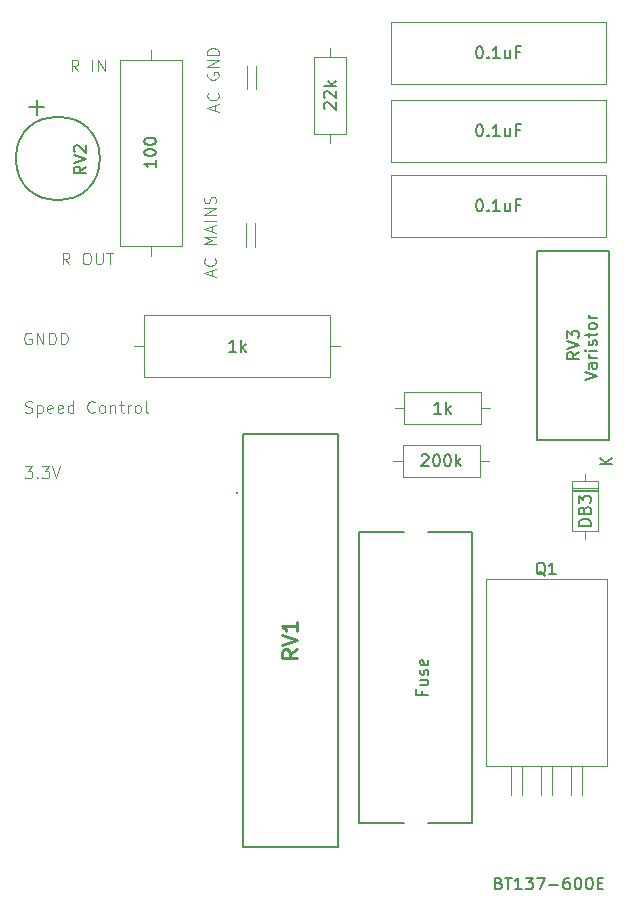
<source format=gbr>
%TF.GenerationSoftware,KiCad,Pcbnew,9.0.7*%
%TF.CreationDate,2026-02-02T12:57:02-08:00*%
%TF.ProjectId,foot-pedal-PCB,666f6f74-2d70-4656-9461-6c2d5043422e,rev?*%
%TF.SameCoordinates,Original*%
%TF.FileFunction,Legend,Top*%
%TF.FilePolarity,Positive*%
%FSLAX46Y46*%
G04 Gerber Fmt 4.6, Leading zero omitted, Abs format (unit mm)*
G04 Created by KiCad (PCBNEW 9.0.7) date 2026-02-02 12:57:02*
%MOMM*%
%LPD*%
G01*
G04 APERTURE LIST*
%ADD10C,0.100000*%
%ADD11C,0.150000*%
%ADD12C,0.254000*%
%ADD13C,0.120000*%
%ADD14C,0.127000*%
%ADD15C,0.200000*%
%ADD16C,0.152400*%
G04 APERTURE END LIST*
D10*
X129208646Y-89362419D02*
X129827693Y-89362419D01*
X129827693Y-89362419D02*
X129494360Y-89743371D01*
X129494360Y-89743371D02*
X129637217Y-89743371D01*
X129637217Y-89743371D02*
X129732455Y-89790990D01*
X129732455Y-89790990D02*
X129780074Y-89838609D01*
X129780074Y-89838609D02*
X129827693Y-89933847D01*
X129827693Y-89933847D02*
X129827693Y-90171942D01*
X129827693Y-90171942D02*
X129780074Y-90267180D01*
X129780074Y-90267180D02*
X129732455Y-90314800D01*
X129732455Y-90314800D02*
X129637217Y-90362419D01*
X129637217Y-90362419D02*
X129351503Y-90362419D01*
X129351503Y-90362419D02*
X129256265Y-90314800D01*
X129256265Y-90314800D02*
X129208646Y-90267180D01*
X130256265Y-90267180D02*
X130303884Y-90314800D01*
X130303884Y-90314800D02*
X130256265Y-90362419D01*
X130256265Y-90362419D02*
X130208646Y-90314800D01*
X130208646Y-90314800D02*
X130256265Y-90267180D01*
X130256265Y-90267180D02*
X130256265Y-90362419D01*
X130637217Y-89362419D02*
X131256264Y-89362419D01*
X131256264Y-89362419D02*
X130922931Y-89743371D01*
X130922931Y-89743371D02*
X131065788Y-89743371D01*
X131065788Y-89743371D02*
X131161026Y-89790990D01*
X131161026Y-89790990D02*
X131208645Y-89838609D01*
X131208645Y-89838609D02*
X131256264Y-89933847D01*
X131256264Y-89933847D02*
X131256264Y-90171942D01*
X131256264Y-90171942D02*
X131208645Y-90267180D01*
X131208645Y-90267180D02*
X131161026Y-90314800D01*
X131161026Y-90314800D02*
X131065788Y-90362419D01*
X131065788Y-90362419D02*
X130780074Y-90362419D01*
X130780074Y-90362419D02*
X130684836Y-90314800D01*
X130684836Y-90314800D02*
X130637217Y-90267180D01*
X131541979Y-89362419D02*
X131875312Y-90362419D01*
X131875312Y-90362419D02*
X132208645Y-89362419D01*
X129256265Y-84794800D02*
X129399122Y-84842419D01*
X129399122Y-84842419D02*
X129637217Y-84842419D01*
X129637217Y-84842419D02*
X129732455Y-84794800D01*
X129732455Y-84794800D02*
X129780074Y-84747180D01*
X129780074Y-84747180D02*
X129827693Y-84651942D01*
X129827693Y-84651942D02*
X129827693Y-84556704D01*
X129827693Y-84556704D02*
X129780074Y-84461466D01*
X129780074Y-84461466D02*
X129732455Y-84413847D01*
X129732455Y-84413847D02*
X129637217Y-84366228D01*
X129637217Y-84366228D02*
X129446741Y-84318609D01*
X129446741Y-84318609D02*
X129351503Y-84270990D01*
X129351503Y-84270990D02*
X129303884Y-84223371D01*
X129303884Y-84223371D02*
X129256265Y-84128133D01*
X129256265Y-84128133D02*
X129256265Y-84032895D01*
X129256265Y-84032895D02*
X129303884Y-83937657D01*
X129303884Y-83937657D02*
X129351503Y-83890038D01*
X129351503Y-83890038D02*
X129446741Y-83842419D01*
X129446741Y-83842419D02*
X129684836Y-83842419D01*
X129684836Y-83842419D02*
X129827693Y-83890038D01*
X130256265Y-84175752D02*
X130256265Y-85175752D01*
X130256265Y-84223371D02*
X130351503Y-84175752D01*
X130351503Y-84175752D02*
X130541979Y-84175752D01*
X130541979Y-84175752D02*
X130637217Y-84223371D01*
X130637217Y-84223371D02*
X130684836Y-84270990D01*
X130684836Y-84270990D02*
X130732455Y-84366228D01*
X130732455Y-84366228D02*
X130732455Y-84651942D01*
X130732455Y-84651942D02*
X130684836Y-84747180D01*
X130684836Y-84747180D02*
X130637217Y-84794800D01*
X130637217Y-84794800D02*
X130541979Y-84842419D01*
X130541979Y-84842419D02*
X130351503Y-84842419D01*
X130351503Y-84842419D02*
X130256265Y-84794800D01*
X131541979Y-84794800D02*
X131446741Y-84842419D01*
X131446741Y-84842419D02*
X131256265Y-84842419D01*
X131256265Y-84842419D02*
X131161027Y-84794800D01*
X131161027Y-84794800D02*
X131113408Y-84699561D01*
X131113408Y-84699561D02*
X131113408Y-84318609D01*
X131113408Y-84318609D02*
X131161027Y-84223371D01*
X131161027Y-84223371D02*
X131256265Y-84175752D01*
X131256265Y-84175752D02*
X131446741Y-84175752D01*
X131446741Y-84175752D02*
X131541979Y-84223371D01*
X131541979Y-84223371D02*
X131589598Y-84318609D01*
X131589598Y-84318609D02*
X131589598Y-84413847D01*
X131589598Y-84413847D02*
X131113408Y-84509085D01*
X132399122Y-84794800D02*
X132303884Y-84842419D01*
X132303884Y-84842419D02*
X132113408Y-84842419D01*
X132113408Y-84842419D02*
X132018170Y-84794800D01*
X132018170Y-84794800D02*
X131970551Y-84699561D01*
X131970551Y-84699561D02*
X131970551Y-84318609D01*
X131970551Y-84318609D02*
X132018170Y-84223371D01*
X132018170Y-84223371D02*
X132113408Y-84175752D01*
X132113408Y-84175752D02*
X132303884Y-84175752D01*
X132303884Y-84175752D02*
X132399122Y-84223371D01*
X132399122Y-84223371D02*
X132446741Y-84318609D01*
X132446741Y-84318609D02*
X132446741Y-84413847D01*
X132446741Y-84413847D02*
X131970551Y-84509085D01*
X133303884Y-84842419D02*
X133303884Y-83842419D01*
X133303884Y-84794800D02*
X133208646Y-84842419D01*
X133208646Y-84842419D02*
X133018170Y-84842419D01*
X133018170Y-84842419D02*
X132922932Y-84794800D01*
X132922932Y-84794800D02*
X132875313Y-84747180D01*
X132875313Y-84747180D02*
X132827694Y-84651942D01*
X132827694Y-84651942D02*
X132827694Y-84366228D01*
X132827694Y-84366228D02*
X132875313Y-84270990D01*
X132875313Y-84270990D02*
X132922932Y-84223371D01*
X132922932Y-84223371D02*
X133018170Y-84175752D01*
X133018170Y-84175752D02*
X133208646Y-84175752D01*
X133208646Y-84175752D02*
X133303884Y-84223371D01*
X135113408Y-84747180D02*
X135065789Y-84794800D01*
X135065789Y-84794800D02*
X134922932Y-84842419D01*
X134922932Y-84842419D02*
X134827694Y-84842419D01*
X134827694Y-84842419D02*
X134684837Y-84794800D01*
X134684837Y-84794800D02*
X134589599Y-84699561D01*
X134589599Y-84699561D02*
X134541980Y-84604323D01*
X134541980Y-84604323D02*
X134494361Y-84413847D01*
X134494361Y-84413847D02*
X134494361Y-84270990D01*
X134494361Y-84270990D02*
X134541980Y-84080514D01*
X134541980Y-84080514D02*
X134589599Y-83985276D01*
X134589599Y-83985276D02*
X134684837Y-83890038D01*
X134684837Y-83890038D02*
X134827694Y-83842419D01*
X134827694Y-83842419D02*
X134922932Y-83842419D01*
X134922932Y-83842419D02*
X135065789Y-83890038D01*
X135065789Y-83890038D02*
X135113408Y-83937657D01*
X135684837Y-84842419D02*
X135589599Y-84794800D01*
X135589599Y-84794800D02*
X135541980Y-84747180D01*
X135541980Y-84747180D02*
X135494361Y-84651942D01*
X135494361Y-84651942D02*
X135494361Y-84366228D01*
X135494361Y-84366228D02*
X135541980Y-84270990D01*
X135541980Y-84270990D02*
X135589599Y-84223371D01*
X135589599Y-84223371D02*
X135684837Y-84175752D01*
X135684837Y-84175752D02*
X135827694Y-84175752D01*
X135827694Y-84175752D02*
X135922932Y-84223371D01*
X135922932Y-84223371D02*
X135970551Y-84270990D01*
X135970551Y-84270990D02*
X136018170Y-84366228D01*
X136018170Y-84366228D02*
X136018170Y-84651942D01*
X136018170Y-84651942D02*
X135970551Y-84747180D01*
X135970551Y-84747180D02*
X135922932Y-84794800D01*
X135922932Y-84794800D02*
X135827694Y-84842419D01*
X135827694Y-84842419D02*
X135684837Y-84842419D01*
X136446742Y-84175752D02*
X136446742Y-84842419D01*
X136446742Y-84270990D02*
X136494361Y-84223371D01*
X136494361Y-84223371D02*
X136589599Y-84175752D01*
X136589599Y-84175752D02*
X136732456Y-84175752D01*
X136732456Y-84175752D02*
X136827694Y-84223371D01*
X136827694Y-84223371D02*
X136875313Y-84318609D01*
X136875313Y-84318609D02*
X136875313Y-84842419D01*
X137208647Y-84175752D02*
X137589599Y-84175752D01*
X137351504Y-83842419D02*
X137351504Y-84699561D01*
X137351504Y-84699561D02*
X137399123Y-84794800D01*
X137399123Y-84794800D02*
X137494361Y-84842419D01*
X137494361Y-84842419D02*
X137589599Y-84842419D01*
X137922933Y-84842419D02*
X137922933Y-84175752D01*
X137922933Y-84366228D02*
X137970552Y-84270990D01*
X137970552Y-84270990D02*
X138018171Y-84223371D01*
X138018171Y-84223371D02*
X138113409Y-84175752D01*
X138113409Y-84175752D02*
X138208647Y-84175752D01*
X138684838Y-84842419D02*
X138589600Y-84794800D01*
X138589600Y-84794800D02*
X138541981Y-84747180D01*
X138541981Y-84747180D02*
X138494362Y-84651942D01*
X138494362Y-84651942D02*
X138494362Y-84366228D01*
X138494362Y-84366228D02*
X138541981Y-84270990D01*
X138541981Y-84270990D02*
X138589600Y-84223371D01*
X138589600Y-84223371D02*
X138684838Y-84175752D01*
X138684838Y-84175752D02*
X138827695Y-84175752D01*
X138827695Y-84175752D02*
X138922933Y-84223371D01*
X138922933Y-84223371D02*
X138970552Y-84270990D01*
X138970552Y-84270990D02*
X139018171Y-84366228D01*
X139018171Y-84366228D02*
X139018171Y-84651942D01*
X139018171Y-84651942D02*
X138970552Y-84747180D01*
X138970552Y-84747180D02*
X138922933Y-84794800D01*
X138922933Y-84794800D02*
X138827695Y-84842419D01*
X138827695Y-84842419D02*
X138684838Y-84842419D01*
X139589600Y-84842419D02*
X139494362Y-84794800D01*
X139494362Y-84794800D02*
X139446743Y-84699561D01*
X139446743Y-84699561D02*
X139446743Y-83842419D01*
X129727693Y-78090038D02*
X129632455Y-78042419D01*
X129632455Y-78042419D02*
X129489598Y-78042419D01*
X129489598Y-78042419D02*
X129346741Y-78090038D01*
X129346741Y-78090038D02*
X129251503Y-78185276D01*
X129251503Y-78185276D02*
X129203884Y-78280514D01*
X129203884Y-78280514D02*
X129156265Y-78470990D01*
X129156265Y-78470990D02*
X129156265Y-78613847D01*
X129156265Y-78613847D02*
X129203884Y-78804323D01*
X129203884Y-78804323D02*
X129251503Y-78899561D01*
X129251503Y-78899561D02*
X129346741Y-78994800D01*
X129346741Y-78994800D02*
X129489598Y-79042419D01*
X129489598Y-79042419D02*
X129584836Y-79042419D01*
X129584836Y-79042419D02*
X129727693Y-78994800D01*
X129727693Y-78994800D02*
X129775312Y-78947180D01*
X129775312Y-78947180D02*
X129775312Y-78613847D01*
X129775312Y-78613847D02*
X129584836Y-78613847D01*
X130203884Y-79042419D02*
X130203884Y-78042419D01*
X130203884Y-78042419D02*
X130775312Y-79042419D01*
X130775312Y-79042419D02*
X130775312Y-78042419D01*
X131251503Y-79042419D02*
X131251503Y-78042419D01*
X131251503Y-78042419D02*
X131489598Y-78042419D01*
X131489598Y-78042419D02*
X131632455Y-78090038D01*
X131632455Y-78090038D02*
X131727693Y-78185276D01*
X131727693Y-78185276D02*
X131775312Y-78280514D01*
X131775312Y-78280514D02*
X131822931Y-78470990D01*
X131822931Y-78470990D02*
X131822931Y-78613847D01*
X131822931Y-78613847D02*
X131775312Y-78804323D01*
X131775312Y-78804323D02*
X131727693Y-78899561D01*
X131727693Y-78899561D02*
X131632455Y-78994800D01*
X131632455Y-78994800D02*
X131489598Y-79042419D01*
X131489598Y-79042419D02*
X131251503Y-79042419D01*
X132251503Y-79042419D02*
X132251503Y-78042419D01*
X132251503Y-78042419D02*
X132489598Y-78042419D01*
X132489598Y-78042419D02*
X132632455Y-78090038D01*
X132632455Y-78090038D02*
X132727693Y-78185276D01*
X132727693Y-78185276D02*
X132775312Y-78280514D01*
X132775312Y-78280514D02*
X132822931Y-78470990D01*
X132822931Y-78470990D02*
X132822931Y-78613847D01*
X132822931Y-78613847D02*
X132775312Y-78804323D01*
X132775312Y-78804323D02*
X132727693Y-78899561D01*
X132727693Y-78899561D02*
X132632455Y-78994800D01*
X132632455Y-78994800D02*
X132489598Y-79042419D01*
X132489598Y-79042419D02*
X132251503Y-79042419D01*
X132971363Y-72272419D02*
X132638030Y-71796228D01*
X132399935Y-72272419D02*
X132399935Y-71272419D01*
X132399935Y-71272419D02*
X132780887Y-71272419D01*
X132780887Y-71272419D02*
X132876125Y-71320038D01*
X132876125Y-71320038D02*
X132923744Y-71367657D01*
X132923744Y-71367657D02*
X132971363Y-71462895D01*
X132971363Y-71462895D02*
X132971363Y-71605752D01*
X132971363Y-71605752D02*
X132923744Y-71700990D01*
X132923744Y-71700990D02*
X132876125Y-71748609D01*
X132876125Y-71748609D02*
X132780887Y-71796228D01*
X132780887Y-71796228D02*
X132399935Y-71796228D01*
X134352316Y-71272419D02*
X134542792Y-71272419D01*
X134542792Y-71272419D02*
X134638030Y-71320038D01*
X134638030Y-71320038D02*
X134733268Y-71415276D01*
X134733268Y-71415276D02*
X134780887Y-71605752D01*
X134780887Y-71605752D02*
X134780887Y-71939085D01*
X134780887Y-71939085D02*
X134733268Y-72129561D01*
X134733268Y-72129561D02*
X134638030Y-72224800D01*
X134638030Y-72224800D02*
X134542792Y-72272419D01*
X134542792Y-72272419D02*
X134352316Y-72272419D01*
X134352316Y-72272419D02*
X134257078Y-72224800D01*
X134257078Y-72224800D02*
X134161840Y-72129561D01*
X134161840Y-72129561D02*
X134114221Y-71939085D01*
X134114221Y-71939085D02*
X134114221Y-71605752D01*
X134114221Y-71605752D02*
X134161840Y-71415276D01*
X134161840Y-71415276D02*
X134257078Y-71320038D01*
X134257078Y-71320038D02*
X134352316Y-71272419D01*
X135209459Y-71272419D02*
X135209459Y-72081942D01*
X135209459Y-72081942D02*
X135257078Y-72177180D01*
X135257078Y-72177180D02*
X135304697Y-72224800D01*
X135304697Y-72224800D02*
X135399935Y-72272419D01*
X135399935Y-72272419D02*
X135590411Y-72272419D01*
X135590411Y-72272419D02*
X135685649Y-72224800D01*
X135685649Y-72224800D02*
X135733268Y-72177180D01*
X135733268Y-72177180D02*
X135780887Y-72081942D01*
X135780887Y-72081942D02*
X135780887Y-71272419D01*
X136114221Y-71272419D02*
X136685649Y-71272419D01*
X136399935Y-72272419D02*
X136399935Y-71272419D01*
X133725312Y-55922419D02*
X133391979Y-55446228D01*
X133153884Y-55922419D02*
X133153884Y-54922419D01*
X133153884Y-54922419D02*
X133534836Y-54922419D01*
X133534836Y-54922419D02*
X133630074Y-54970038D01*
X133630074Y-54970038D02*
X133677693Y-55017657D01*
X133677693Y-55017657D02*
X133725312Y-55112895D01*
X133725312Y-55112895D02*
X133725312Y-55255752D01*
X133725312Y-55255752D02*
X133677693Y-55350990D01*
X133677693Y-55350990D02*
X133630074Y-55398609D01*
X133630074Y-55398609D02*
X133534836Y-55446228D01*
X133534836Y-55446228D02*
X133153884Y-55446228D01*
X134915789Y-55922419D02*
X134915789Y-54922419D01*
X135391979Y-55922419D02*
X135391979Y-54922419D01*
X135391979Y-54922419D02*
X135963407Y-55922419D01*
X135963407Y-55922419D02*
X135963407Y-54922419D01*
X145336704Y-59243734D02*
X145336704Y-58767544D01*
X145622419Y-59338972D02*
X144622419Y-59005639D01*
X144622419Y-59005639D02*
X145622419Y-58672306D01*
X145527180Y-57767544D02*
X145574800Y-57815163D01*
X145574800Y-57815163D02*
X145622419Y-57958020D01*
X145622419Y-57958020D02*
X145622419Y-58053258D01*
X145622419Y-58053258D02*
X145574800Y-58196115D01*
X145574800Y-58196115D02*
X145479561Y-58291353D01*
X145479561Y-58291353D02*
X145384323Y-58338972D01*
X145384323Y-58338972D02*
X145193847Y-58386591D01*
X145193847Y-58386591D02*
X145050990Y-58386591D01*
X145050990Y-58386591D02*
X144860514Y-58338972D01*
X144860514Y-58338972D02*
X144765276Y-58291353D01*
X144765276Y-58291353D02*
X144670038Y-58196115D01*
X144670038Y-58196115D02*
X144622419Y-58053258D01*
X144622419Y-58053258D02*
X144622419Y-57958020D01*
X144622419Y-57958020D02*
X144670038Y-57815163D01*
X144670038Y-57815163D02*
X144717657Y-57767544D01*
X144670038Y-56053258D02*
X144622419Y-56148496D01*
X144622419Y-56148496D02*
X144622419Y-56291353D01*
X144622419Y-56291353D02*
X144670038Y-56434210D01*
X144670038Y-56434210D02*
X144765276Y-56529448D01*
X144765276Y-56529448D02*
X144860514Y-56577067D01*
X144860514Y-56577067D02*
X145050990Y-56624686D01*
X145050990Y-56624686D02*
X145193847Y-56624686D01*
X145193847Y-56624686D02*
X145384323Y-56577067D01*
X145384323Y-56577067D02*
X145479561Y-56529448D01*
X145479561Y-56529448D02*
X145574800Y-56434210D01*
X145574800Y-56434210D02*
X145622419Y-56291353D01*
X145622419Y-56291353D02*
X145622419Y-56196115D01*
X145622419Y-56196115D02*
X145574800Y-56053258D01*
X145574800Y-56053258D02*
X145527180Y-56005639D01*
X145527180Y-56005639D02*
X145193847Y-56005639D01*
X145193847Y-56005639D02*
X145193847Y-56196115D01*
X145622419Y-55577067D02*
X144622419Y-55577067D01*
X144622419Y-55577067D02*
X145622419Y-55005639D01*
X145622419Y-55005639D02*
X144622419Y-55005639D01*
X145622419Y-54529448D02*
X144622419Y-54529448D01*
X144622419Y-54529448D02*
X144622419Y-54291353D01*
X144622419Y-54291353D02*
X144670038Y-54148496D01*
X144670038Y-54148496D02*
X144765276Y-54053258D01*
X144765276Y-54053258D02*
X144860514Y-54005639D01*
X144860514Y-54005639D02*
X145050990Y-53958020D01*
X145050990Y-53958020D02*
X145193847Y-53958020D01*
X145193847Y-53958020D02*
X145384323Y-54005639D01*
X145384323Y-54005639D02*
X145479561Y-54053258D01*
X145479561Y-54053258D02*
X145574800Y-54148496D01*
X145574800Y-54148496D02*
X145622419Y-54291353D01*
X145622419Y-54291353D02*
X145622419Y-54529448D01*
X145086704Y-73243734D02*
X145086704Y-72767544D01*
X145372419Y-73338972D02*
X144372419Y-73005639D01*
X144372419Y-73005639D02*
X145372419Y-72672306D01*
X145277180Y-71767544D02*
X145324800Y-71815163D01*
X145324800Y-71815163D02*
X145372419Y-71958020D01*
X145372419Y-71958020D02*
X145372419Y-72053258D01*
X145372419Y-72053258D02*
X145324800Y-72196115D01*
X145324800Y-72196115D02*
X145229561Y-72291353D01*
X145229561Y-72291353D02*
X145134323Y-72338972D01*
X145134323Y-72338972D02*
X144943847Y-72386591D01*
X144943847Y-72386591D02*
X144800990Y-72386591D01*
X144800990Y-72386591D02*
X144610514Y-72338972D01*
X144610514Y-72338972D02*
X144515276Y-72291353D01*
X144515276Y-72291353D02*
X144420038Y-72196115D01*
X144420038Y-72196115D02*
X144372419Y-72053258D01*
X144372419Y-72053258D02*
X144372419Y-71958020D01*
X144372419Y-71958020D02*
X144420038Y-71815163D01*
X144420038Y-71815163D02*
X144467657Y-71767544D01*
X145372419Y-70577067D02*
X144372419Y-70577067D01*
X144372419Y-70577067D02*
X145086704Y-70243734D01*
X145086704Y-70243734D02*
X144372419Y-69910401D01*
X144372419Y-69910401D02*
X145372419Y-69910401D01*
X145086704Y-69481829D02*
X145086704Y-69005639D01*
X145372419Y-69577067D02*
X144372419Y-69243734D01*
X144372419Y-69243734D02*
X145372419Y-68910401D01*
X145372419Y-68577067D02*
X144372419Y-68577067D01*
X145372419Y-68100877D02*
X144372419Y-68100877D01*
X144372419Y-68100877D02*
X145372419Y-67529449D01*
X145372419Y-67529449D02*
X144372419Y-67529449D01*
X145324800Y-67100877D02*
X145372419Y-66958020D01*
X145372419Y-66958020D02*
X145372419Y-66719925D01*
X145372419Y-66719925D02*
X145324800Y-66624687D01*
X145324800Y-66624687D02*
X145277180Y-66577068D01*
X145277180Y-66577068D02*
X145181942Y-66529449D01*
X145181942Y-66529449D02*
X145086704Y-66529449D01*
X145086704Y-66529449D02*
X144991466Y-66577068D01*
X144991466Y-66577068D02*
X144943847Y-66624687D01*
X144943847Y-66624687D02*
X144896228Y-66719925D01*
X144896228Y-66719925D02*
X144848609Y-66910401D01*
X144848609Y-66910401D02*
X144800990Y-67005639D01*
X144800990Y-67005639D02*
X144753371Y-67053258D01*
X144753371Y-67053258D02*
X144658133Y-67100877D01*
X144658133Y-67100877D02*
X144562895Y-67100877D01*
X144562895Y-67100877D02*
X144467657Y-67053258D01*
X144467657Y-67053258D02*
X144420038Y-67005639D01*
X144420038Y-67005639D02*
X144372419Y-66910401D01*
X144372419Y-66910401D02*
X144372419Y-66672306D01*
X144372419Y-66672306D02*
X144420038Y-66529449D01*
D11*
X173254761Y-98620057D02*
X173159523Y-98572438D01*
X173159523Y-98572438D02*
X173064285Y-98477200D01*
X173064285Y-98477200D02*
X172921428Y-98334342D01*
X172921428Y-98334342D02*
X172826190Y-98286723D01*
X172826190Y-98286723D02*
X172730952Y-98286723D01*
X172778571Y-98524819D02*
X172683333Y-98477200D01*
X172683333Y-98477200D02*
X172588095Y-98381961D01*
X172588095Y-98381961D02*
X172540476Y-98191485D01*
X172540476Y-98191485D02*
X172540476Y-97858152D01*
X172540476Y-97858152D02*
X172588095Y-97667676D01*
X172588095Y-97667676D02*
X172683333Y-97572438D01*
X172683333Y-97572438D02*
X172778571Y-97524819D01*
X172778571Y-97524819D02*
X172969047Y-97524819D01*
X172969047Y-97524819D02*
X173064285Y-97572438D01*
X173064285Y-97572438D02*
X173159523Y-97667676D01*
X173159523Y-97667676D02*
X173207142Y-97858152D01*
X173207142Y-97858152D02*
X173207142Y-98191485D01*
X173207142Y-98191485D02*
X173159523Y-98381961D01*
X173159523Y-98381961D02*
X173064285Y-98477200D01*
X173064285Y-98477200D02*
X172969047Y-98524819D01*
X172969047Y-98524819D02*
X172778571Y-98524819D01*
X174159523Y-98524819D02*
X173588095Y-98524819D01*
X173873809Y-98524819D02*
X173873809Y-97524819D01*
X173873809Y-97524819D02*
X173778571Y-97667676D01*
X173778571Y-97667676D02*
X173683333Y-97762914D01*
X173683333Y-97762914D02*
X173588095Y-97810533D01*
X169321904Y-124661009D02*
X169464761Y-124708628D01*
X169464761Y-124708628D02*
X169512380Y-124756247D01*
X169512380Y-124756247D02*
X169559999Y-124851485D01*
X169559999Y-124851485D02*
X169559999Y-124994342D01*
X169559999Y-124994342D02*
X169512380Y-125089580D01*
X169512380Y-125089580D02*
X169464761Y-125137200D01*
X169464761Y-125137200D02*
X169369523Y-125184819D01*
X169369523Y-125184819D02*
X168988571Y-125184819D01*
X168988571Y-125184819D02*
X168988571Y-124184819D01*
X168988571Y-124184819D02*
X169321904Y-124184819D01*
X169321904Y-124184819D02*
X169417142Y-124232438D01*
X169417142Y-124232438D02*
X169464761Y-124280057D01*
X169464761Y-124280057D02*
X169512380Y-124375295D01*
X169512380Y-124375295D02*
X169512380Y-124470533D01*
X169512380Y-124470533D02*
X169464761Y-124565771D01*
X169464761Y-124565771D02*
X169417142Y-124613390D01*
X169417142Y-124613390D02*
X169321904Y-124661009D01*
X169321904Y-124661009D02*
X168988571Y-124661009D01*
X169845714Y-124184819D02*
X170417142Y-124184819D01*
X170131428Y-125184819D02*
X170131428Y-124184819D01*
X171274285Y-125184819D02*
X170702857Y-125184819D01*
X170988571Y-125184819D02*
X170988571Y-124184819D01*
X170988571Y-124184819D02*
X170893333Y-124327676D01*
X170893333Y-124327676D02*
X170798095Y-124422914D01*
X170798095Y-124422914D02*
X170702857Y-124470533D01*
X171607619Y-124184819D02*
X172226666Y-124184819D01*
X172226666Y-124184819D02*
X171893333Y-124565771D01*
X171893333Y-124565771D02*
X172036190Y-124565771D01*
X172036190Y-124565771D02*
X172131428Y-124613390D01*
X172131428Y-124613390D02*
X172179047Y-124661009D01*
X172179047Y-124661009D02*
X172226666Y-124756247D01*
X172226666Y-124756247D02*
X172226666Y-124994342D01*
X172226666Y-124994342D02*
X172179047Y-125089580D01*
X172179047Y-125089580D02*
X172131428Y-125137200D01*
X172131428Y-125137200D02*
X172036190Y-125184819D01*
X172036190Y-125184819D02*
X171750476Y-125184819D01*
X171750476Y-125184819D02*
X171655238Y-125137200D01*
X171655238Y-125137200D02*
X171607619Y-125089580D01*
X172560000Y-124184819D02*
X173226666Y-124184819D01*
X173226666Y-124184819D02*
X172798095Y-125184819D01*
X173607619Y-124803866D02*
X174369524Y-124803866D01*
X175274285Y-124184819D02*
X175083809Y-124184819D01*
X175083809Y-124184819D02*
X174988571Y-124232438D01*
X174988571Y-124232438D02*
X174940952Y-124280057D01*
X174940952Y-124280057D02*
X174845714Y-124422914D01*
X174845714Y-124422914D02*
X174798095Y-124613390D01*
X174798095Y-124613390D02*
X174798095Y-124994342D01*
X174798095Y-124994342D02*
X174845714Y-125089580D01*
X174845714Y-125089580D02*
X174893333Y-125137200D01*
X174893333Y-125137200D02*
X174988571Y-125184819D01*
X174988571Y-125184819D02*
X175179047Y-125184819D01*
X175179047Y-125184819D02*
X175274285Y-125137200D01*
X175274285Y-125137200D02*
X175321904Y-125089580D01*
X175321904Y-125089580D02*
X175369523Y-124994342D01*
X175369523Y-124994342D02*
X175369523Y-124756247D01*
X175369523Y-124756247D02*
X175321904Y-124661009D01*
X175321904Y-124661009D02*
X175274285Y-124613390D01*
X175274285Y-124613390D02*
X175179047Y-124565771D01*
X175179047Y-124565771D02*
X174988571Y-124565771D01*
X174988571Y-124565771D02*
X174893333Y-124613390D01*
X174893333Y-124613390D02*
X174845714Y-124661009D01*
X174845714Y-124661009D02*
X174798095Y-124756247D01*
X175988571Y-124184819D02*
X176083809Y-124184819D01*
X176083809Y-124184819D02*
X176179047Y-124232438D01*
X176179047Y-124232438D02*
X176226666Y-124280057D01*
X176226666Y-124280057D02*
X176274285Y-124375295D01*
X176274285Y-124375295D02*
X176321904Y-124565771D01*
X176321904Y-124565771D02*
X176321904Y-124803866D01*
X176321904Y-124803866D02*
X176274285Y-124994342D01*
X176274285Y-124994342D02*
X176226666Y-125089580D01*
X176226666Y-125089580D02*
X176179047Y-125137200D01*
X176179047Y-125137200D02*
X176083809Y-125184819D01*
X176083809Y-125184819D02*
X175988571Y-125184819D01*
X175988571Y-125184819D02*
X175893333Y-125137200D01*
X175893333Y-125137200D02*
X175845714Y-125089580D01*
X175845714Y-125089580D02*
X175798095Y-124994342D01*
X175798095Y-124994342D02*
X175750476Y-124803866D01*
X175750476Y-124803866D02*
X175750476Y-124565771D01*
X175750476Y-124565771D02*
X175798095Y-124375295D01*
X175798095Y-124375295D02*
X175845714Y-124280057D01*
X175845714Y-124280057D02*
X175893333Y-124232438D01*
X175893333Y-124232438D02*
X175988571Y-124184819D01*
X176940952Y-124184819D02*
X177036190Y-124184819D01*
X177036190Y-124184819D02*
X177131428Y-124232438D01*
X177131428Y-124232438D02*
X177179047Y-124280057D01*
X177179047Y-124280057D02*
X177226666Y-124375295D01*
X177226666Y-124375295D02*
X177274285Y-124565771D01*
X177274285Y-124565771D02*
X177274285Y-124803866D01*
X177274285Y-124803866D02*
X177226666Y-124994342D01*
X177226666Y-124994342D02*
X177179047Y-125089580D01*
X177179047Y-125089580D02*
X177131428Y-125137200D01*
X177131428Y-125137200D02*
X177036190Y-125184819D01*
X177036190Y-125184819D02*
X176940952Y-125184819D01*
X176940952Y-125184819D02*
X176845714Y-125137200D01*
X176845714Y-125137200D02*
X176798095Y-125089580D01*
X176798095Y-125089580D02*
X176750476Y-124994342D01*
X176750476Y-124994342D02*
X176702857Y-124803866D01*
X176702857Y-124803866D02*
X176702857Y-124565771D01*
X176702857Y-124565771D02*
X176750476Y-124375295D01*
X176750476Y-124375295D02*
X176798095Y-124280057D01*
X176798095Y-124280057D02*
X176845714Y-124232438D01*
X176845714Y-124232438D02*
X176940952Y-124184819D01*
X177702857Y-124661009D02*
X178036190Y-124661009D01*
X178179047Y-125184819D02*
X177702857Y-125184819D01*
X177702857Y-125184819D02*
X177702857Y-124184819D01*
X177702857Y-124184819D02*
X178179047Y-124184819D01*
X176104819Y-79695238D02*
X175628628Y-80028571D01*
X176104819Y-80266666D02*
X175104819Y-80266666D01*
X175104819Y-80266666D02*
X175104819Y-79885714D01*
X175104819Y-79885714D02*
X175152438Y-79790476D01*
X175152438Y-79790476D02*
X175200057Y-79742857D01*
X175200057Y-79742857D02*
X175295295Y-79695238D01*
X175295295Y-79695238D02*
X175438152Y-79695238D01*
X175438152Y-79695238D02*
X175533390Y-79742857D01*
X175533390Y-79742857D02*
X175581009Y-79790476D01*
X175581009Y-79790476D02*
X175628628Y-79885714D01*
X175628628Y-79885714D02*
X175628628Y-80266666D01*
X175104819Y-79409523D02*
X176104819Y-79076190D01*
X176104819Y-79076190D02*
X175104819Y-78742857D01*
X175104819Y-78504761D02*
X175104819Y-77885714D01*
X175104819Y-77885714D02*
X175485771Y-78219047D01*
X175485771Y-78219047D02*
X175485771Y-78076190D01*
X175485771Y-78076190D02*
X175533390Y-77980952D01*
X175533390Y-77980952D02*
X175581009Y-77933333D01*
X175581009Y-77933333D02*
X175676247Y-77885714D01*
X175676247Y-77885714D02*
X175914342Y-77885714D01*
X175914342Y-77885714D02*
X176009580Y-77933333D01*
X176009580Y-77933333D02*
X176057200Y-77980952D01*
X176057200Y-77980952D02*
X176104819Y-78076190D01*
X176104819Y-78076190D02*
X176104819Y-78361904D01*
X176104819Y-78361904D02*
X176057200Y-78457142D01*
X176057200Y-78457142D02*
X176009580Y-78504761D01*
X176604819Y-82085714D02*
X177604819Y-81752381D01*
X177604819Y-81752381D02*
X176604819Y-81419048D01*
X177604819Y-80657143D02*
X177081009Y-80657143D01*
X177081009Y-80657143D02*
X176985771Y-80704762D01*
X176985771Y-80704762D02*
X176938152Y-80800000D01*
X176938152Y-80800000D02*
X176938152Y-80990476D01*
X176938152Y-80990476D02*
X176985771Y-81085714D01*
X177557200Y-80657143D02*
X177604819Y-80752381D01*
X177604819Y-80752381D02*
X177604819Y-80990476D01*
X177604819Y-80990476D02*
X177557200Y-81085714D01*
X177557200Y-81085714D02*
X177461961Y-81133333D01*
X177461961Y-81133333D02*
X177366723Y-81133333D01*
X177366723Y-81133333D02*
X177271485Y-81085714D01*
X177271485Y-81085714D02*
X177223866Y-80990476D01*
X177223866Y-80990476D02*
X177223866Y-80752381D01*
X177223866Y-80752381D02*
X177176247Y-80657143D01*
X177604819Y-80180952D02*
X176938152Y-80180952D01*
X177128628Y-80180952D02*
X177033390Y-80133333D01*
X177033390Y-80133333D02*
X176985771Y-80085714D01*
X176985771Y-80085714D02*
X176938152Y-79990476D01*
X176938152Y-79990476D02*
X176938152Y-79895238D01*
X177604819Y-79561904D02*
X176938152Y-79561904D01*
X176604819Y-79561904D02*
X176652438Y-79609523D01*
X176652438Y-79609523D02*
X176700057Y-79561904D01*
X176700057Y-79561904D02*
X176652438Y-79514285D01*
X176652438Y-79514285D02*
X176604819Y-79561904D01*
X176604819Y-79561904D02*
X176700057Y-79561904D01*
X177557200Y-79133333D02*
X177604819Y-79038095D01*
X177604819Y-79038095D02*
X177604819Y-78847619D01*
X177604819Y-78847619D02*
X177557200Y-78752381D01*
X177557200Y-78752381D02*
X177461961Y-78704762D01*
X177461961Y-78704762D02*
X177414342Y-78704762D01*
X177414342Y-78704762D02*
X177319104Y-78752381D01*
X177319104Y-78752381D02*
X177271485Y-78847619D01*
X177271485Y-78847619D02*
X177271485Y-78990476D01*
X177271485Y-78990476D02*
X177223866Y-79085714D01*
X177223866Y-79085714D02*
X177128628Y-79133333D01*
X177128628Y-79133333D02*
X177081009Y-79133333D01*
X177081009Y-79133333D02*
X176985771Y-79085714D01*
X176985771Y-79085714D02*
X176938152Y-78990476D01*
X176938152Y-78990476D02*
X176938152Y-78847619D01*
X176938152Y-78847619D02*
X176985771Y-78752381D01*
X176938152Y-78419047D02*
X176938152Y-78038095D01*
X176604819Y-78276190D02*
X177461961Y-78276190D01*
X177461961Y-78276190D02*
X177557200Y-78228571D01*
X177557200Y-78228571D02*
X177604819Y-78133333D01*
X177604819Y-78133333D02*
X177604819Y-78038095D01*
X177604819Y-77561904D02*
X177557200Y-77657142D01*
X177557200Y-77657142D02*
X177509580Y-77704761D01*
X177509580Y-77704761D02*
X177414342Y-77752380D01*
X177414342Y-77752380D02*
X177128628Y-77752380D01*
X177128628Y-77752380D02*
X177033390Y-77704761D01*
X177033390Y-77704761D02*
X176985771Y-77657142D01*
X176985771Y-77657142D02*
X176938152Y-77561904D01*
X176938152Y-77561904D02*
X176938152Y-77419047D01*
X176938152Y-77419047D02*
X176985771Y-77323809D01*
X176985771Y-77323809D02*
X177033390Y-77276190D01*
X177033390Y-77276190D02*
X177128628Y-77228571D01*
X177128628Y-77228571D02*
X177414342Y-77228571D01*
X177414342Y-77228571D02*
X177509580Y-77276190D01*
X177509580Y-77276190D02*
X177557200Y-77323809D01*
X177557200Y-77323809D02*
X177604819Y-77419047D01*
X177604819Y-77419047D02*
X177604819Y-77561904D01*
X177604819Y-76799999D02*
X176938152Y-76799999D01*
X177128628Y-76799999D02*
X177033390Y-76752380D01*
X177033390Y-76752380D02*
X176985771Y-76704761D01*
X176985771Y-76704761D02*
X176938152Y-76609523D01*
X176938152Y-76609523D02*
X176938152Y-76514285D01*
X162807143Y-88450057D02*
X162854762Y-88402438D01*
X162854762Y-88402438D02*
X162950000Y-88354819D01*
X162950000Y-88354819D02*
X163188095Y-88354819D01*
X163188095Y-88354819D02*
X163283333Y-88402438D01*
X163283333Y-88402438D02*
X163330952Y-88450057D01*
X163330952Y-88450057D02*
X163378571Y-88545295D01*
X163378571Y-88545295D02*
X163378571Y-88640533D01*
X163378571Y-88640533D02*
X163330952Y-88783390D01*
X163330952Y-88783390D02*
X162759524Y-89354819D01*
X162759524Y-89354819D02*
X163378571Y-89354819D01*
X163997619Y-88354819D02*
X164092857Y-88354819D01*
X164092857Y-88354819D02*
X164188095Y-88402438D01*
X164188095Y-88402438D02*
X164235714Y-88450057D01*
X164235714Y-88450057D02*
X164283333Y-88545295D01*
X164283333Y-88545295D02*
X164330952Y-88735771D01*
X164330952Y-88735771D02*
X164330952Y-88973866D01*
X164330952Y-88973866D02*
X164283333Y-89164342D01*
X164283333Y-89164342D02*
X164235714Y-89259580D01*
X164235714Y-89259580D02*
X164188095Y-89307200D01*
X164188095Y-89307200D02*
X164092857Y-89354819D01*
X164092857Y-89354819D02*
X163997619Y-89354819D01*
X163997619Y-89354819D02*
X163902381Y-89307200D01*
X163902381Y-89307200D02*
X163854762Y-89259580D01*
X163854762Y-89259580D02*
X163807143Y-89164342D01*
X163807143Y-89164342D02*
X163759524Y-88973866D01*
X163759524Y-88973866D02*
X163759524Y-88735771D01*
X163759524Y-88735771D02*
X163807143Y-88545295D01*
X163807143Y-88545295D02*
X163854762Y-88450057D01*
X163854762Y-88450057D02*
X163902381Y-88402438D01*
X163902381Y-88402438D02*
X163997619Y-88354819D01*
X164950000Y-88354819D02*
X165045238Y-88354819D01*
X165045238Y-88354819D02*
X165140476Y-88402438D01*
X165140476Y-88402438D02*
X165188095Y-88450057D01*
X165188095Y-88450057D02*
X165235714Y-88545295D01*
X165235714Y-88545295D02*
X165283333Y-88735771D01*
X165283333Y-88735771D02*
X165283333Y-88973866D01*
X165283333Y-88973866D02*
X165235714Y-89164342D01*
X165235714Y-89164342D02*
X165188095Y-89259580D01*
X165188095Y-89259580D02*
X165140476Y-89307200D01*
X165140476Y-89307200D02*
X165045238Y-89354819D01*
X165045238Y-89354819D02*
X164950000Y-89354819D01*
X164950000Y-89354819D02*
X164854762Y-89307200D01*
X164854762Y-89307200D02*
X164807143Y-89259580D01*
X164807143Y-89259580D02*
X164759524Y-89164342D01*
X164759524Y-89164342D02*
X164711905Y-88973866D01*
X164711905Y-88973866D02*
X164711905Y-88735771D01*
X164711905Y-88735771D02*
X164759524Y-88545295D01*
X164759524Y-88545295D02*
X164807143Y-88450057D01*
X164807143Y-88450057D02*
X164854762Y-88402438D01*
X164854762Y-88402438D02*
X164950000Y-88354819D01*
X165711905Y-89354819D02*
X165711905Y-88354819D01*
X165807143Y-88973866D02*
X166092857Y-89354819D01*
X166092857Y-88688152D02*
X165711905Y-89069104D01*
X164430952Y-84904819D02*
X163859524Y-84904819D01*
X164145238Y-84904819D02*
X164145238Y-83904819D01*
X164145238Y-83904819D02*
X164050000Y-84047676D01*
X164050000Y-84047676D02*
X163954762Y-84142914D01*
X163954762Y-84142914D02*
X163859524Y-84190533D01*
X164859524Y-84904819D02*
X164859524Y-83904819D01*
X164954762Y-84523866D02*
X165240476Y-84904819D01*
X165240476Y-84238152D02*
X164859524Y-84619104D01*
X147080952Y-79654819D02*
X146509524Y-79654819D01*
X146795238Y-79654819D02*
X146795238Y-78654819D01*
X146795238Y-78654819D02*
X146700000Y-78797676D01*
X146700000Y-78797676D02*
X146604762Y-78892914D01*
X146604762Y-78892914D02*
X146509524Y-78940533D01*
X147509524Y-79654819D02*
X147509524Y-78654819D01*
X147604762Y-79273866D02*
X147890476Y-79654819D01*
X147890476Y-78988152D02*
X147509524Y-79369104D01*
D12*
X152249318Y-104855951D02*
X151644556Y-105279285D01*
X152249318Y-105581666D02*
X150979318Y-105581666D01*
X150979318Y-105581666D02*
X150979318Y-105097856D01*
X150979318Y-105097856D02*
X151039794Y-104976904D01*
X151039794Y-104976904D02*
X151100270Y-104916427D01*
X151100270Y-104916427D02*
X151221222Y-104855951D01*
X151221222Y-104855951D02*
X151402651Y-104855951D01*
X151402651Y-104855951D02*
X151523603Y-104916427D01*
X151523603Y-104916427D02*
X151584080Y-104976904D01*
X151584080Y-104976904D02*
X151644556Y-105097856D01*
X151644556Y-105097856D02*
X151644556Y-105581666D01*
X150979318Y-104493094D02*
X152249318Y-104069761D01*
X152249318Y-104069761D02*
X150979318Y-103646427D01*
X152249318Y-102557856D02*
X152249318Y-103283571D01*
X152249318Y-102920714D02*
X150979318Y-102920714D01*
X150979318Y-102920714D02*
X151160746Y-103041666D01*
X151160746Y-103041666D02*
X151281699Y-103162618D01*
X151281699Y-103162618D02*
X151342175Y-103283571D01*
D11*
X167657143Y-60404819D02*
X167752381Y-60404819D01*
X167752381Y-60404819D02*
X167847619Y-60452438D01*
X167847619Y-60452438D02*
X167895238Y-60500057D01*
X167895238Y-60500057D02*
X167942857Y-60595295D01*
X167942857Y-60595295D02*
X167990476Y-60785771D01*
X167990476Y-60785771D02*
X167990476Y-61023866D01*
X167990476Y-61023866D02*
X167942857Y-61214342D01*
X167942857Y-61214342D02*
X167895238Y-61309580D01*
X167895238Y-61309580D02*
X167847619Y-61357200D01*
X167847619Y-61357200D02*
X167752381Y-61404819D01*
X167752381Y-61404819D02*
X167657143Y-61404819D01*
X167657143Y-61404819D02*
X167561905Y-61357200D01*
X167561905Y-61357200D02*
X167514286Y-61309580D01*
X167514286Y-61309580D02*
X167466667Y-61214342D01*
X167466667Y-61214342D02*
X167419048Y-61023866D01*
X167419048Y-61023866D02*
X167419048Y-60785771D01*
X167419048Y-60785771D02*
X167466667Y-60595295D01*
X167466667Y-60595295D02*
X167514286Y-60500057D01*
X167514286Y-60500057D02*
X167561905Y-60452438D01*
X167561905Y-60452438D02*
X167657143Y-60404819D01*
X168419048Y-61309580D02*
X168466667Y-61357200D01*
X168466667Y-61357200D02*
X168419048Y-61404819D01*
X168419048Y-61404819D02*
X168371429Y-61357200D01*
X168371429Y-61357200D02*
X168419048Y-61309580D01*
X168419048Y-61309580D02*
X168419048Y-61404819D01*
X169419047Y-61404819D02*
X168847619Y-61404819D01*
X169133333Y-61404819D02*
X169133333Y-60404819D01*
X169133333Y-60404819D02*
X169038095Y-60547676D01*
X169038095Y-60547676D02*
X168942857Y-60642914D01*
X168942857Y-60642914D02*
X168847619Y-60690533D01*
X170276190Y-60738152D02*
X170276190Y-61404819D01*
X169847619Y-60738152D02*
X169847619Y-61261961D01*
X169847619Y-61261961D02*
X169895238Y-61357200D01*
X169895238Y-61357200D02*
X169990476Y-61404819D01*
X169990476Y-61404819D02*
X170133333Y-61404819D01*
X170133333Y-61404819D02*
X170228571Y-61357200D01*
X170228571Y-61357200D02*
X170276190Y-61309580D01*
X171085714Y-60881009D02*
X170752381Y-60881009D01*
X170752381Y-61404819D02*
X170752381Y-60404819D01*
X170752381Y-60404819D02*
X171228571Y-60404819D01*
X134354819Y-63995238D02*
X133878628Y-64328571D01*
X134354819Y-64566666D02*
X133354819Y-64566666D01*
X133354819Y-64566666D02*
X133354819Y-64185714D01*
X133354819Y-64185714D02*
X133402438Y-64090476D01*
X133402438Y-64090476D02*
X133450057Y-64042857D01*
X133450057Y-64042857D02*
X133545295Y-63995238D01*
X133545295Y-63995238D02*
X133688152Y-63995238D01*
X133688152Y-63995238D02*
X133783390Y-64042857D01*
X133783390Y-64042857D02*
X133831009Y-64090476D01*
X133831009Y-64090476D02*
X133878628Y-64185714D01*
X133878628Y-64185714D02*
X133878628Y-64566666D01*
X133354819Y-63709523D02*
X134354819Y-63376190D01*
X134354819Y-63376190D02*
X133354819Y-63042857D01*
X133450057Y-62757142D02*
X133402438Y-62709523D01*
X133402438Y-62709523D02*
X133354819Y-62614285D01*
X133354819Y-62614285D02*
X133354819Y-62376190D01*
X133354819Y-62376190D02*
X133402438Y-62280952D01*
X133402438Y-62280952D02*
X133450057Y-62233333D01*
X133450057Y-62233333D02*
X133545295Y-62185714D01*
X133545295Y-62185714D02*
X133640533Y-62185714D01*
X133640533Y-62185714D02*
X133783390Y-62233333D01*
X133783390Y-62233333D02*
X134354819Y-62804761D01*
X134354819Y-62804761D02*
X134354819Y-62185714D01*
X162831009Y-108392857D02*
X162831009Y-108726190D01*
X163354819Y-108726190D02*
X162354819Y-108726190D01*
X162354819Y-108726190D02*
X162354819Y-108250000D01*
X162688152Y-107440476D02*
X163354819Y-107440476D01*
X162688152Y-107869047D02*
X163211961Y-107869047D01*
X163211961Y-107869047D02*
X163307200Y-107821428D01*
X163307200Y-107821428D02*
X163354819Y-107726190D01*
X163354819Y-107726190D02*
X163354819Y-107583333D01*
X163354819Y-107583333D02*
X163307200Y-107488095D01*
X163307200Y-107488095D02*
X163259580Y-107440476D01*
X163307200Y-107011904D02*
X163354819Y-106916666D01*
X163354819Y-106916666D02*
X163354819Y-106726190D01*
X163354819Y-106726190D02*
X163307200Y-106630952D01*
X163307200Y-106630952D02*
X163211961Y-106583333D01*
X163211961Y-106583333D02*
X163164342Y-106583333D01*
X163164342Y-106583333D02*
X163069104Y-106630952D01*
X163069104Y-106630952D02*
X163021485Y-106726190D01*
X163021485Y-106726190D02*
X163021485Y-106869047D01*
X163021485Y-106869047D02*
X162973866Y-106964285D01*
X162973866Y-106964285D02*
X162878628Y-107011904D01*
X162878628Y-107011904D02*
X162831009Y-107011904D01*
X162831009Y-107011904D02*
X162735771Y-106964285D01*
X162735771Y-106964285D02*
X162688152Y-106869047D01*
X162688152Y-106869047D02*
X162688152Y-106726190D01*
X162688152Y-106726190D02*
X162735771Y-106630952D01*
X163307200Y-105773809D02*
X163354819Y-105869047D01*
X163354819Y-105869047D02*
X163354819Y-106059523D01*
X163354819Y-106059523D02*
X163307200Y-106154761D01*
X163307200Y-106154761D02*
X163211961Y-106202380D01*
X163211961Y-106202380D02*
X162831009Y-106202380D01*
X162831009Y-106202380D02*
X162735771Y-106154761D01*
X162735771Y-106154761D02*
X162688152Y-106059523D01*
X162688152Y-106059523D02*
X162688152Y-105869047D01*
X162688152Y-105869047D02*
X162735771Y-105773809D01*
X162735771Y-105773809D02*
X162831009Y-105726190D01*
X162831009Y-105726190D02*
X162926247Y-105726190D01*
X162926247Y-105726190D02*
X163021485Y-106202380D01*
X140304819Y-63466666D02*
X140304819Y-64038094D01*
X140304819Y-63752380D02*
X139304819Y-63752380D01*
X139304819Y-63752380D02*
X139447676Y-63847618D01*
X139447676Y-63847618D02*
X139542914Y-63942856D01*
X139542914Y-63942856D02*
X139590533Y-64038094D01*
X139304819Y-62847618D02*
X139304819Y-62752380D01*
X139304819Y-62752380D02*
X139352438Y-62657142D01*
X139352438Y-62657142D02*
X139400057Y-62609523D01*
X139400057Y-62609523D02*
X139495295Y-62561904D01*
X139495295Y-62561904D02*
X139685771Y-62514285D01*
X139685771Y-62514285D02*
X139923866Y-62514285D01*
X139923866Y-62514285D02*
X140114342Y-62561904D01*
X140114342Y-62561904D02*
X140209580Y-62609523D01*
X140209580Y-62609523D02*
X140257200Y-62657142D01*
X140257200Y-62657142D02*
X140304819Y-62752380D01*
X140304819Y-62752380D02*
X140304819Y-62847618D01*
X140304819Y-62847618D02*
X140257200Y-62942856D01*
X140257200Y-62942856D02*
X140209580Y-62990475D01*
X140209580Y-62990475D02*
X140114342Y-63038094D01*
X140114342Y-63038094D02*
X139923866Y-63085713D01*
X139923866Y-63085713D02*
X139685771Y-63085713D01*
X139685771Y-63085713D02*
X139495295Y-63038094D01*
X139495295Y-63038094D02*
X139400057Y-62990475D01*
X139400057Y-62990475D02*
X139352438Y-62942856D01*
X139352438Y-62942856D02*
X139304819Y-62847618D01*
X139304819Y-61895237D02*
X139304819Y-61799999D01*
X139304819Y-61799999D02*
X139352438Y-61704761D01*
X139352438Y-61704761D02*
X139400057Y-61657142D01*
X139400057Y-61657142D02*
X139495295Y-61609523D01*
X139495295Y-61609523D02*
X139685771Y-61561904D01*
X139685771Y-61561904D02*
X139923866Y-61561904D01*
X139923866Y-61561904D02*
X140114342Y-61609523D01*
X140114342Y-61609523D02*
X140209580Y-61657142D01*
X140209580Y-61657142D02*
X140257200Y-61704761D01*
X140257200Y-61704761D02*
X140304819Y-61799999D01*
X140304819Y-61799999D02*
X140304819Y-61895237D01*
X140304819Y-61895237D02*
X140257200Y-61990475D01*
X140257200Y-61990475D02*
X140209580Y-62038094D01*
X140209580Y-62038094D02*
X140114342Y-62085713D01*
X140114342Y-62085713D02*
X139923866Y-62133332D01*
X139923866Y-62133332D02*
X139685771Y-62133332D01*
X139685771Y-62133332D02*
X139495295Y-62085713D01*
X139495295Y-62085713D02*
X139400057Y-62038094D01*
X139400057Y-62038094D02*
X139352438Y-61990475D01*
X139352438Y-61990475D02*
X139304819Y-61895237D01*
X167657143Y-53804819D02*
X167752381Y-53804819D01*
X167752381Y-53804819D02*
X167847619Y-53852438D01*
X167847619Y-53852438D02*
X167895238Y-53900057D01*
X167895238Y-53900057D02*
X167942857Y-53995295D01*
X167942857Y-53995295D02*
X167990476Y-54185771D01*
X167990476Y-54185771D02*
X167990476Y-54423866D01*
X167990476Y-54423866D02*
X167942857Y-54614342D01*
X167942857Y-54614342D02*
X167895238Y-54709580D01*
X167895238Y-54709580D02*
X167847619Y-54757200D01*
X167847619Y-54757200D02*
X167752381Y-54804819D01*
X167752381Y-54804819D02*
X167657143Y-54804819D01*
X167657143Y-54804819D02*
X167561905Y-54757200D01*
X167561905Y-54757200D02*
X167514286Y-54709580D01*
X167514286Y-54709580D02*
X167466667Y-54614342D01*
X167466667Y-54614342D02*
X167419048Y-54423866D01*
X167419048Y-54423866D02*
X167419048Y-54185771D01*
X167419048Y-54185771D02*
X167466667Y-53995295D01*
X167466667Y-53995295D02*
X167514286Y-53900057D01*
X167514286Y-53900057D02*
X167561905Y-53852438D01*
X167561905Y-53852438D02*
X167657143Y-53804819D01*
X168419048Y-54709580D02*
X168466667Y-54757200D01*
X168466667Y-54757200D02*
X168419048Y-54804819D01*
X168419048Y-54804819D02*
X168371429Y-54757200D01*
X168371429Y-54757200D02*
X168419048Y-54709580D01*
X168419048Y-54709580D02*
X168419048Y-54804819D01*
X169419047Y-54804819D02*
X168847619Y-54804819D01*
X169133333Y-54804819D02*
X169133333Y-53804819D01*
X169133333Y-53804819D02*
X169038095Y-53947676D01*
X169038095Y-53947676D02*
X168942857Y-54042914D01*
X168942857Y-54042914D02*
X168847619Y-54090533D01*
X170276190Y-54138152D02*
X170276190Y-54804819D01*
X169847619Y-54138152D02*
X169847619Y-54661961D01*
X169847619Y-54661961D02*
X169895238Y-54757200D01*
X169895238Y-54757200D02*
X169990476Y-54804819D01*
X169990476Y-54804819D02*
X170133333Y-54804819D01*
X170133333Y-54804819D02*
X170228571Y-54757200D01*
X170228571Y-54757200D02*
X170276190Y-54709580D01*
X171085714Y-54281009D02*
X170752381Y-54281009D01*
X170752381Y-54804819D02*
X170752381Y-53804819D01*
X170752381Y-53804819D02*
X171228571Y-53804819D01*
X177104819Y-94388094D02*
X176104819Y-94388094D01*
X176104819Y-94388094D02*
X176104819Y-94149999D01*
X176104819Y-94149999D02*
X176152438Y-94007142D01*
X176152438Y-94007142D02*
X176247676Y-93911904D01*
X176247676Y-93911904D02*
X176342914Y-93864285D01*
X176342914Y-93864285D02*
X176533390Y-93816666D01*
X176533390Y-93816666D02*
X176676247Y-93816666D01*
X176676247Y-93816666D02*
X176866723Y-93864285D01*
X176866723Y-93864285D02*
X176961961Y-93911904D01*
X176961961Y-93911904D02*
X177057200Y-94007142D01*
X177057200Y-94007142D02*
X177104819Y-94149999D01*
X177104819Y-94149999D02*
X177104819Y-94388094D01*
X176581009Y-93054761D02*
X176628628Y-92911904D01*
X176628628Y-92911904D02*
X176676247Y-92864285D01*
X176676247Y-92864285D02*
X176771485Y-92816666D01*
X176771485Y-92816666D02*
X176914342Y-92816666D01*
X176914342Y-92816666D02*
X177009580Y-92864285D01*
X177009580Y-92864285D02*
X177057200Y-92911904D01*
X177057200Y-92911904D02*
X177104819Y-93007142D01*
X177104819Y-93007142D02*
X177104819Y-93388094D01*
X177104819Y-93388094D02*
X176104819Y-93388094D01*
X176104819Y-93388094D02*
X176104819Y-93054761D01*
X176104819Y-93054761D02*
X176152438Y-92959523D01*
X176152438Y-92959523D02*
X176200057Y-92911904D01*
X176200057Y-92911904D02*
X176295295Y-92864285D01*
X176295295Y-92864285D02*
X176390533Y-92864285D01*
X176390533Y-92864285D02*
X176485771Y-92911904D01*
X176485771Y-92911904D02*
X176533390Y-92959523D01*
X176533390Y-92959523D02*
X176581009Y-93054761D01*
X176581009Y-93054761D02*
X176581009Y-93388094D01*
X176104819Y-92483332D02*
X176104819Y-91864285D01*
X176104819Y-91864285D02*
X176485771Y-92197618D01*
X176485771Y-92197618D02*
X176485771Y-92054761D01*
X176485771Y-92054761D02*
X176533390Y-91959523D01*
X176533390Y-91959523D02*
X176581009Y-91911904D01*
X176581009Y-91911904D02*
X176676247Y-91864285D01*
X176676247Y-91864285D02*
X176914342Y-91864285D01*
X176914342Y-91864285D02*
X177009580Y-91911904D01*
X177009580Y-91911904D02*
X177057200Y-91959523D01*
X177057200Y-91959523D02*
X177104819Y-92054761D01*
X177104819Y-92054761D02*
X177104819Y-92340475D01*
X177104819Y-92340475D02*
X177057200Y-92435713D01*
X177057200Y-92435713D02*
X177009580Y-92483332D01*
X178904819Y-89201904D02*
X177904819Y-89201904D01*
X178904819Y-88630476D02*
X178333390Y-89059047D01*
X177904819Y-88630476D02*
X178476247Y-89201904D01*
X167657143Y-66754819D02*
X167752381Y-66754819D01*
X167752381Y-66754819D02*
X167847619Y-66802438D01*
X167847619Y-66802438D02*
X167895238Y-66850057D01*
X167895238Y-66850057D02*
X167942857Y-66945295D01*
X167942857Y-66945295D02*
X167990476Y-67135771D01*
X167990476Y-67135771D02*
X167990476Y-67373866D01*
X167990476Y-67373866D02*
X167942857Y-67564342D01*
X167942857Y-67564342D02*
X167895238Y-67659580D01*
X167895238Y-67659580D02*
X167847619Y-67707200D01*
X167847619Y-67707200D02*
X167752381Y-67754819D01*
X167752381Y-67754819D02*
X167657143Y-67754819D01*
X167657143Y-67754819D02*
X167561905Y-67707200D01*
X167561905Y-67707200D02*
X167514286Y-67659580D01*
X167514286Y-67659580D02*
X167466667Y-67564342D01*
X167466667Y-67564342D02*
X167419048Y-67373866D01*
X167419048Y-67373866D02*
X167419048Y-67135771D01*
X167419048Y-67135771D02*
X167466667Y-66945295D01*
X167466667Y-66945295D02*
X167514286Y-66850057D01*
X167514286Y-66850057D02*
X167561905Y-66802438D01*
X167561905Y-66802438D02*
X167657143Y-66754819D01*
X168419048Y-67659580D02*
X168466667Y-67707200D01*
X168466667Y-67707200D02*
X168419048Y-67754819D01*
X168419048Y-67754819D02*
X168371429Y-67707200D01*
X168371429Y-67707200D02*
X168419048Y-67659580D01*
X168419048Y-67659580D02*
X168419048Y-67754819D01*
X169419047Y-67754819D02*
X168847619Y-67754819D01*
X169133333Y-67754819D02*
X169133333Y-66754819D01*
X169133333Y-66754819D02*
X169038095Y-66897676D01*
X169038095Y-66897676D02*
X168942857Y-66992914D01*
X168942857Y-66992914D02*
X168847619Y-67040533D01*
X170276190Y-67088152D02*
X170276190Y-67754819D01*
X169847619Y-67088152D02*
X169847619Y-67611961D01*
X169847619Y-67611961D02*
X169895238Y-67707200D01*
X169895238Y-67707200D02*
X169990476Y-67754819D01*
X169990476Y-67754819D02*
X170133333Y-67754819D01*
X170133333Y-67754819D02*
X170228571Y-67707200D01*
X170228571Y-67707200D02*
X170276190Y-67659580D01*
X171085714Y-67231009D02*
X170752381Y-67231009D01*
X170752381Y-67754819D02*
X170752381Y-66754819D01*
X170752381Y-66754819D02*
X171228571Y-66754819D01*
X154600057Y-59116666D02*
X154552438Y-59069047D01*
X154552438Y-59069047D02*
X154504819Y-58973809D01*
X154504819Y-58973809D02*
X154504819Y-58735714D01*
X154504819Y-58735714D02*
X154552438Y-58640476D01*
X154552438Y-58640476D02*
X154600057Y-58592857D01*
X154600057Y-58592857D02*
X154695295Y-58545238D01*
X154695295Y-58545238D02*
X154790533Y-58545238D01*
X154790533Y-58545238D02*
X154933390Y-58592857D01*
X154933390Y-58592857D02*
X155504819Y-59164285D01*
X155504819Y-59164285D02*
X155504819Y-58545238D01*
X154600057Y-58164285D02*
X154552438Y-58116666D01*
X154552438Y-58116666D02*
X154504819Y-58021428D01*
X154504819Y-58021428D02*
X154504819Y-57783333D01*
X154504819Y-57783333D02*
X154552438Y-57688095D01*
X154552438Y-57688095D02*
X154600057Y-57640476D01*
X154600057Y-57640476D02*
X154695295Y-57592857D01*
X154695295Y-57592857D02*
X154790533Y-57592857D01*
X154790533Y-57592857D02*
X154933390Y-57640476D01*
X154933390Y-57640476D02*
X155504819Y-58211904D01*
X155504819Y-58211904D02*
X155504819Y-57592857D01*
X155504819Y-57164285D02*
X154504819Y-57164285D01*
X155123866Y-57069047D02*
X155504819Y-56783333D01*
X154838152Y-56783333D02*
X155219104Y-57164285D01*
D13*
%TO.C,Q1*%
X168240000Y-98910000D02*
X178460000Y-98910000D01*
X168240000Y-114780000D02*
X168240000Y-98910000D01*
X168240000Y-114780000D02*
X178460000Y-114780000D01*
X170325000Y-114780000D02*
X170325000Y-117220000D01*
X171295000Y-114780000D02*
X171295000Y-117220000D01*
X172865000Y-114780000D02*
X172865000Y-117220000D01*
X173835000Y-114780000D02*
X173835000Y-117220000D01*
X175405000Y-114780000D02*
X175405000Y-117220000D01*
X176375000Y-114780000D02*
X176375000Y-117220000D01*
X178460000Y-114780000D02*
X178460000Y-98910000D01*
D14*
%TO.C,RV3*%
X172600000Y-71100000D02*
X178700000Y-71100000D01*
X178700000Y-87100000D02*
X178700000Y-71100000D01*
X172600000Y-87100000D02*
X172600000Y-71100000D01*
X172600000Y-87100000D02*
X178700000Y-87100000D01*
D13*
%TO.C,R5*%
X168490000Y-88900000D02*
X167720000Y-88900000D01*
X160410000Y-88900000D02*
X161180000Y-88900000D01*
X167720000Y-90270000D02*
X161180000Y-90270000D01*
X161180000Y-87530000D01*
X167720000Y-87530000D01*
X167720000Y-90270000D01*
%TO.C,R3*%
X160510000Y-84450000D02*
X161280000Y-84450000D01*
X168590000Y-84450000D02*
X167820000Y-84450000D01*
X161280000Y-83080000D02*
X167820000Y-83080000D01*
X167820000Y-85820000D01*
X161280000Y-85820000D01*
X161280000Y-83080000D01*
%TO.C,R1*%
X155920000Y-79200000D02*
X155070000Y-79200000D01*
X138480000Y-79200000D02*
X139330000Y-79200000D01*
X155070000Y-81820000D02*
X139330000Y-81820000D01*
X139330000Y-76580000D01*
X155070000Y-76580000D01*
X155070000Y-81820000D01*
D10*
%TO.C,RV1*%
X147100000Y-91600000D02*
X147100000Y-91600000D01*
X147200000Y-91600000D02*
X147200000Y-91600000D01*
D15*
X147675000Y-86600000D02*
X155675000Y-86600000D01*
X147675000Y-121600000D02*
X147675000Y-86600000D01*
X155675000Y-86600000D02*
X155675000Y-121600000D01*
X155675000Y-121600000D02*
X147675000Y-121600000D01*
D10*
X147100000Y-91600000D02*
G75*
G02*
X147200000Y-91600000I50000J0D01*
G01*
X147200000Y-91600000D02*
G75*
G02*
X147100000Y-91600000I-50000J0D01*
G01*
D13*
%TO.C,C2*%
X160180000Y-58330000D02*
X178420000Y-58330000D01*
X160180000Y-63570000D02*
X160180000Y-58330000D01*
X178420000Y-58330000D02*
X178420000Y-63570000D01*
X178420000Y-63570000D02*
X160180000Y-63570000D01*
D16*
%TO.C,RV2*%
X130200000Y-59617000D02*
X130200000Y-58347000D01*
X129565000Y-58982000D02*
X130835000Y-58982000D01*
X135552051Y-63300000D02*
G75*
G02*
X128440051Y-63300000I-3556000J0D01*
G01*
X128440051Y-63300000D02*
G75*
G02*
X135552051Y-63300000I3556000J0D01*
G01*
D15*
%TO.C,J8*%
X157500000Y-94950000D02*
X161300000Y-94950000D01*
X157500000Y-119550000D02*
X157500000Y-94950000D01*
X157500000Y-119550000D02*
X161300000Y-119550000D01*
X167100000Y-94950000D02*
X163300000Y-94950000D01*
X167100000Y-94950000D02*
X167100000Y-119550000D01*
X167100000Y-119550000D02*
X163300000Y-119550000D01*
D10*
%TO.C,J1*%
X147900000Y-70760000D02*
X147900000Y-68760000D01*
X148700000Y-70760000D02*
X148700000Y-68760000D01*
D13*
%TO.C,R4*%
X139850000Y-71520000D02*
X139850000Y-70670000D01*
X139850000Y-54080000D02*
X139850000Y-54930000D01*
X137230000Y-70670000D02*
X142470000Y-70670000D01*
X142470000Y-54930000D01*
X137230000Y-54930000D01*
X137230000Y-70670000D01*
%TO.C,C3*%
X160180000Y-51730000D02*
X178420000Y-51730000D01*
X160180000Y-56970000D02*
X160180000Y-51730000D01*
X178420000Y-51730000D02*
X178420000Y-56970000D01*
X178420000Y-56970000D02*
X160180000Y-56970000D01*
%TO.C,D1*%
X176650000Y-89980000D02*
X176650000Y-90630000D01*
X177770000Y-91230000D02*
X175530000Y-91230000D01*
X177770000Y-91350000D02*
X175530000Y-91350000D01*
X177770000Y-91470000D02*
X175530000Y-91470000D01*
X176650000Y-95520000D02*
X176650000Y-94870000D01*
X177770000Y-90630000D02*
X175530000Y-90630000D01*
X175530000Y-94870000D01*
X177770000Y-94870000D01*
X177770000Y-90630000D01*
%TO.C,C1*%
X160180000Y-64680000D02*
X178420000Y-64680000D01*
X160180000Y-69920000D02*
X160180000Y-64680000D01*
X178420000Y-64680000D02*
X178420000Y-69920000D01*
X178420000Y-69920000D02*
X160180000Y-69920000D01*
%TO.C,R2*%
X155050000Y-61990000D02*
X155050000Y-61220000D01*
X155050000Y-53910000D02*
X155050000Y-54680000D01*
X153680000Y-61220000D02*
X156420000Y-61220000D01*
X156420000Y-54680000D01*
X153680000Y-54680000D01*
X153680000Y-61220000D01*
D10*
%TO.C,J2*%
X148000000Y-57460000D02*
X148000000Y-55460000D01*
X148800000Y-57460000D02*
X148800000Y-55460000D01*
%TD*%
M02*

</source>
